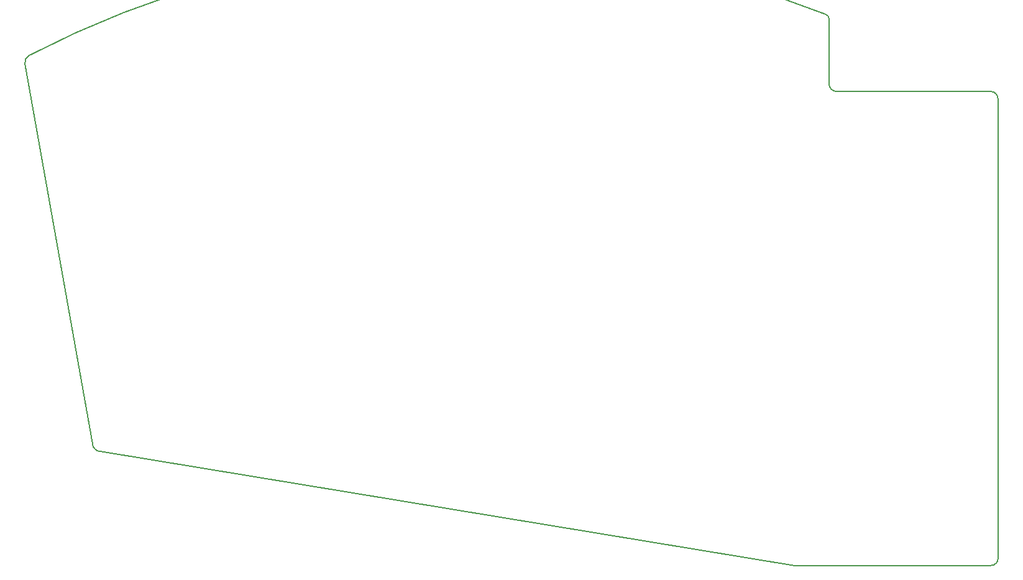
<source format=gbr>
%TF.GenerationSoftware,KiCad,Pcbnew,6.99.0-1.20220203gita970acd.fc35*%
%TF.CreationDate,2022-02-04T17:37:59+01:00*%
%TF.ProjectId,b34rclaw,62333472-636c-4617-972e-6b696361645f,v1.0.0*%
%TF.SameCoordinates,Original*%
%TF.FileFunction,Profile,NP*%
%FSLAX46Y46*%
G04 Gerber Fmt 4.6, Leading zero omitted, Abs format (unit mm)*
G04 Created by KiCad (PCBNEW 6.99.0-1.20220203gita970acd.fc35) date 2022-02-04 17:37:59*
%MOMM*%
%LPD*%
G01*
G04 APERTURE LIST*
%TA.AperFunction,Profile*%
%ADD10C,0.150000*%
%TD*%
G04 APERTURE END LIST*
D10*
X141563502Y-98010000D02*
X150767107Y-149829210D01*
X273142893Y-166370000D02*
G75*
G03*
X274142893Y-165370000I1J999999D01*
G01*
X150767107Y-149829210D02*
G75*
G03*
X151767107Y-150829210I1146498J146498D01*
G01*
X274142893Y-165370000D02*
X274122893Y-102797107D01*
X246488961Y-166382024D02*
X151767107Y-150829210D01*
X251120000Y-100800000D02*
G75*
G03*
X252120000Y-101800000I999999J-1D01*
G01*
X250590000Y-91270000D02*
G75*
G03*
X142170000Y-96880000I-48061094J-121640005D01*
G01*
X274122893Y-102797107D02*
G75*
G03*
X273122893Y-101797107I-999999J1D01*
G01*
X273122893Y-101797107D02*
X252120000Y-101800000D01*
X246488961Y-166382024D02*
X273142893Y-166370000D01*
X251120000Y-100800000D02*
X251130000Y-91980000D01*
X142170000Y-96880000D02*
G75*
G03*
X141563502Y-98010000I462184J-975826D01*
G01*
X251129999Y-91980000D02*
G75*
G03*
X250590000Y-91270000I-755453J-14218D01*
G01*
M02*

</source>
